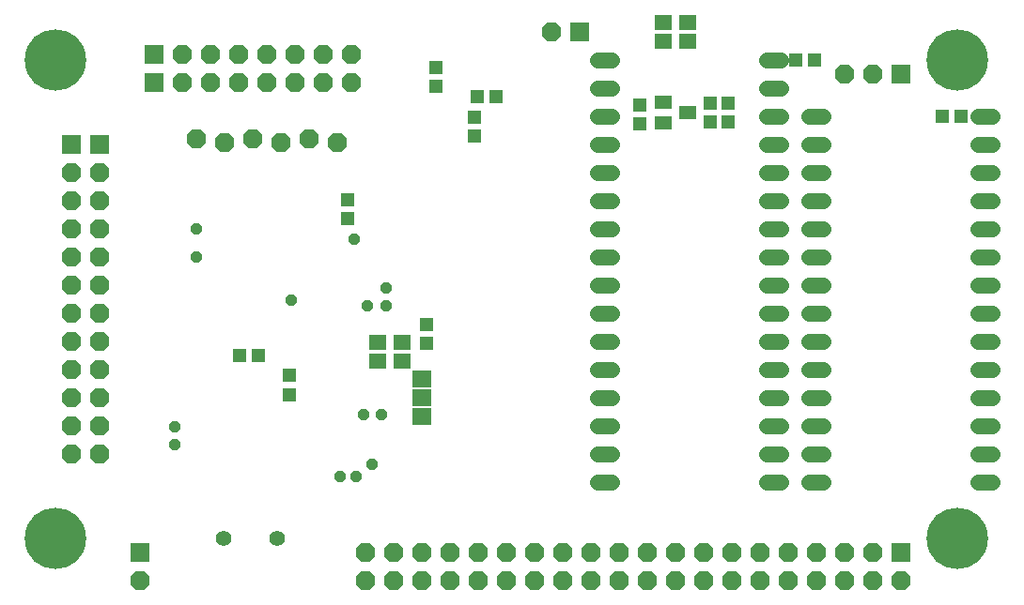
<source format=gbs>
G75*
%MOIN*%
%OFA0B0*%
%FSLAX24Y24*%
%IPPOS*%
%LPD*%
%AMOC8*
5,1,8,0,0,1.08239X$1,22.5*
%
%ADD10C,0.2180*%
%ADD11C,0.0560*%
%ADD12R,0.0680X0.0680*%
%ADD13OC8,0.0680*%
%ADD14R,0.0631X0.0552*%
%ADD15C,0.0560*%
%ADD16OC8,0.0417*%
%ADD17R,0.0671X0.0592*%
%ADD18R,0.0513X0.0474*%
%ADD19R,0.0474X0.0513*%
%ADD20R,0.0631X0.0474*%
D10*
X002500Y003375D03*
X002500Y020375D03*
X034500Y020375D03*
X034500Y003375D03*
D11*
X035260Y005375D02*
X035740Y005375D01*
X035740Y006375D02*
X035260Y006375D01*
X035260Y007375D02*
X035740Y007375D01*
X035740Y008375D02*
X035260Y008375D01*
X035260Y009375D02*
X035740Y009375D01*
X035740Y010375D02*
X035260Y010375D01*
X035260Y011375D02*
X035740Y011375D01*
X035740Y012375D02*
X035260Y012375D01*
X035260Y013375D02*
X035740Y013375D01*
X035740Y014375D02*
X035260Y014375D01*
X035260Y015375D02*
X035740Y015375D01*
X035740Y016375D02*
X035260Y016375D01*
X035260Y017375D02*
X035740Y017375D01*
X035740Y018375D02*
X035260Y018375D01*
X029740Y018375D02*
X029260Y018375D01*
X028240Y018375D02*
X027760Y018375D01*
X027760Y017375D02*
X028240Y017375D01*
X029260Y017375D02*
X029740Y017375D01*
X029740Y016375D02*
X029260Y016375D01*
X028240Y016375D02*
X027760Y016375D01*
X027760Y015375D02*
X028240Y015375D01*
X029260Y015375D02*
X029740Y015375D01*
X029740Y014375D02*
X029260Y014375D01*
X028240Y014375D02*
X027760Y014375D01*
X027760Y013375D02*
X028240Y013375D01*
X029260Y013375D02*
X029740Y013375D01*
X029740Y012375D02*
X029260Y012375D01*
X028240Y012375D02*
X027760Y012375D01*
X027760Y011375D02*
X028240Y011375D01*
X029260Y011375D02*
X029740Y011375D01*
X029740Y010375D02*
X029260Y010375D01*
X028240Y010375D02*
X027760Y010375D01*
X027760Y009375D02*
X028240Y009375D01*
X029260Y009375D02*
X029740Y009375D01*
X029740Y008375D02*
X029260Y008375D01*
X028240Y008375D02*
X027760Y008375D01*
X027760Y007375D02*
X028240Y007375D01*
X029260Y007375D02*
X029740Y007375D01*
X029740Y006375D02*
X029260Y006375D01*
X028240Y006375D02*
X027760Y006375D01*
X027760Y005375D02*
X028240Y005375D01*
X029260Y005375D02*
X029740Y005375D01*
X022240Y005375D02*
X021760Y005375D01*
X021760Y006375D02*
X022240Y006375D01*
X022240Y007375D02*
X021760Y007375D01*
X021760Y008375D02*
X022240Y008375D01*
X022240Y009375D02*
X021760Y009375D01*
X021760Y010375D02*
X022240Y010375D01*
X022240Y011375D02*
X021760Y011375D01*
X021760Y012375D02*
X022240Y012375D01*
X022240Y013375D02*
X021760Y013375D01*
X021760Y014375D02*
X022240Y014375D01*
X022240Y015375D02*
X021760Y015375D01*
X021760Y016375D02*
X022240Y016375D01*
X022240Y017375D02*
X021760Y017375D01*
X021760Y018375D02*
X022240Y018375D01*
X022240Y019375D02*
X021760Y019375D01*
X021760Y020375D02*
X022240Y020375D01*
X027760Y020375D02*
X028240Y020375D01*
X028240Y019375D02*
X027760Y019375D01*
D12*
X032500Y019875D03*
X021125Y021375D03*
X006000Y020563D03*
X006000Y019563D03*
X004063Y017375D03*
X003063Y017375D03*
X005500Y002875D03*
X032500Y002875D03*
D13*
X031500Y002875D03*
X030500Y002875D03*
X029500Y002875D03*
X028500Y002875D03*
X027500Y002875D03*
X026500Y002875D03*
X025500Y002875D03*
X024500Y002875D03*
X023500Y002875D03*
X022500Y002875D03*
X021500Y002875D03*
X020500Y002875D03*
X019500Y002875D03*
X018500Y002875D03*
X017500Y002875D03*
X016500Y002875D03*
X015500Y002875D03*
X014500Y002875D03*
X013500Y002875D03*
X013500Y001875D03*
X014500Y001875D03*
X015500Y001875D03*
X016500Y001875D03*
X017500Y001875D03*
X018500Y001875D03*
X019500Y001875D03*
X020500Y001875D03*
X021500Y001875D03*
X022500Y001875D03*
X023500Y001875D03*
X024500Y001875D03*
X025500Y001875D03*
X026500Y001875D03*
X027500Y001875D03*
X028500Y001875D03*
X029500Y001875D03*
X030500Y001875D03*
X031500Y001875D03*
X032500Y001875D03*
X012500Y017438D03*
X011500Y017563D03*
X010500Y017438D03*
X009500Y017563D03*
X008500Y017438D03*
X007500Y017563D03*
X007000Y019563D03*
X008000Y019563D03*
X009000Y019563D03*
X010000Y019563D03*
X011000Y019563D03*
X012000Y019563D03*
X013000Y019563D03*
X013000Y020563D03*
X012000Y020563D03*
X011000Y020563D03*
X010000Y020563D03*
X009000Y020563D03*
X008000Y020563D03*
X007000Y020563D03*
X004063Y016375D03*
X003063Y016375D03*
X003063Y015375D03*
X004063Y015375D03*
X004063Y014375D03*
X003063Y014375D03*
X003063Y013375D03*
X004063Y013375D03*
X004063Y012375D03*
X003063Y012375D03*
X003063Y011375D03*
X004063Y011375D03*
X004063Y010375D03*
X003063Y010375D03*
X003063Y009375D03*
X004063Y009375D03*
X004063Y008375D03*
X003063Y008375D03*
X003063Y007375D03*
X004063Y007375D03*
X004063Y006375D03*
X003063Y006375D03*
X005500Y001875D03*
X030500Y019875D03*
X031500Y019875D03*
X020125Y021375D03*
D14*
X024067Y021040D03*
X024067Y021710D03*
X024933Y021710D03*
X024933Y021040D03*
X014808Y010335D03*
X013942Y010335D03*
X013942Y009665D03*
X014808Y009665D03*
D15*
X010388Y003375D03*
X008488Y003375D03*
D16*
X012625Y005563D03*
X013188Y005563D03*
X013750Y006000D03*
X013438Y007750D03*
X014063Y007750D03*
X014250Y011625D03*
X014250Y012250D03*
X013563Y011625D03*
X010875Y011813D03*
X013125Y014000D03*
X007500Y014375D03*
X007500Y013375D03*
X006750Y007313D03*
X006750Y006688D03*
D17*
X015500Y007706D03*
X015500Y008375D03*
X015500Y009044D03*
D18*
X010813Y009147D03*
X010813Y008478D03*
X009710Y009875D03*
X009040Y009875D03*
X012875Y014728D03*
X012875Y015397D03*
X017478Y019063D03*
X018147Y019063D03*
X023250Y018772D03*
X023250Y018103D03*
X026375Y018165D03*
X026375Y018835D03*
X028790Y020375D03*
X029460Y020375D03*
X033978Y018375D03*
X034647Y018375D03*
D19*
X025750Y018165D03*
X025750Y018835D03*
X017375Y018335D03*
X017375Y017665D03*
X016000Y019415D03*
X016000Y020085D03*
X015688Y010960D03*
X015688Y010290D03*
D20*
X024067Y018126D03*
X024067Y018874D03*
X024933Y018500D03*
M02*

</source>
